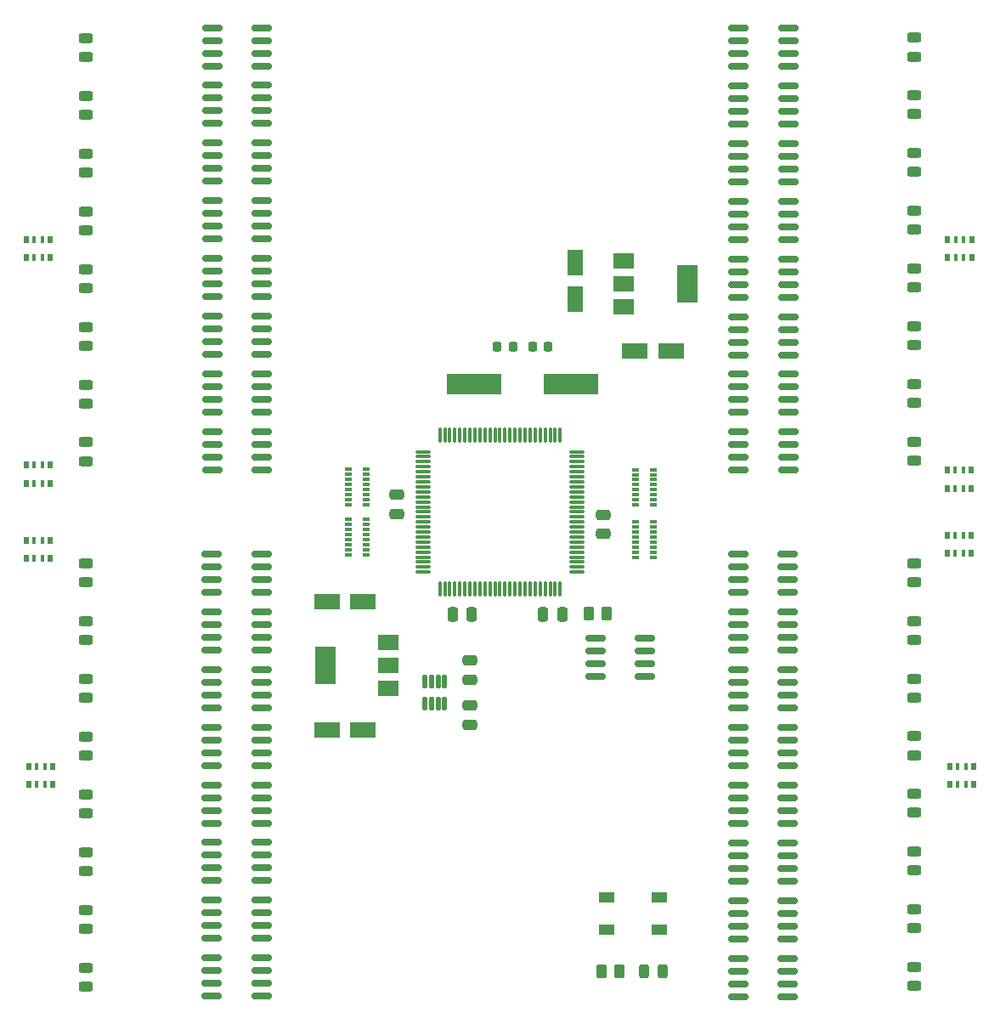
<source format=gbr>
%TF.GenerationSoftware,KiCad,Pcbnew,7.0.7+dfsg-1*%
%TF.CreationDate,2023-09-07T23:36:34-05:00*%
%TF.ProjectId,unified_control_board,756e6966-6965-4645-9f63-6f6e74726f6c,rev?*%
%TF.SameCoordinates,Original*%
%TF.FileFunction,Paste,Top*%
%TF.FilePolarity,Positive*%
%FSLAX46Y46*%
G04 Gerber Fmt 4.6, Leading zero omitted, Abs format (unit mm)*
G04 Created by KiCad (PCBNEW 7.0.7+dfsg-1) date 2023-09-07 23:36:34*
%MOMM*%
%LPD*%
G01*
G04 APERTURE LIST*
G04 Aperture macros list*
%AMRoundRect*
0 Rectangle with rounded corners*
0 $1 Rounding radius*
0 $2 $3 $4 $5 $6 $7 $8 $9 X,Y pos of 4 corners*
0 Add a 4 corners polygon primitive as box body*
4,1,4,$2,$3,$4,$5,$6,$7,$8,$9,$2,$3,0*
0 Add four circle primitives for the rounded corners*
1,1,$1+$1,$2,$3*
1,1,$1+$1,$4,$5*
1,1,$1+$1,$6,$7*
1,1,$1+$1,$8,$9*
0 Add four rect primitives between the rounded corners*
20,1,$1+$1,$2,$3,$4,$5,0*
20,1,$1+$1,$4,$5,$6,$7,0*
20,1,$1+$1,$6,$7,$8,$9,0*
20,1,$1+$1,$8,$9,$2,$3,0*%
G04 Aperture macros list end*
%ADD10RoundRect,0.125000X-0.125000X0.537500X-0.125000X-0.537500X0.125000X-0.537500X0.125000X0.537500X0*%
%ADD11R,5.499100X2.108200*%
%ADD12RoundRect,0.150000X-0.825000X-0.150000X0.825000X-0.150000X0.825000X0.150000X-0.825000X0.150000X0*%
%ADD13RoundRect,0.243750X0.456250X-0.243750X0.456250X0.243750X-0.456250X0.243750X-0.456250X-0.243750X0*%
%ADD14RoundRect,0.243750X-0.456250X0.243750X-0.456250X-0.243750X0.456250X-0.243750X0.456250X0.243750X0*%
%ADD15RoundRect,0.150000X0.825000X0.150000X-0.825000X0.150000X-0.825000X-0.150000X0.825000X-0.150000X0*%
%ADD16RoundRect,0.250000X-0.475000X0.250000X-0.475000X-0.250000X0.475000X-0.250000X0.475000X0.250000X0*%
%ADD17RoundRect,0.225000X-0.225000X-0.250000X0.225000X-0.250000X0.225000X0.250000X-0.225000X0.250000X0*%
%ADD18RoundRect,0.250000X1.050000X0.550000X-1.050000X0.550000X-1.050000X-0.550000X1.050000X-0.550000X0*%
%ADD19R,0.500000X0.800000*%
%ADD20R,0.400000X0.800000*%
%ADD21RoundRect,0.250000X-0.250000X-0.475000X0.250000X-0.475000X0.250000X0.475000X-0.250000X0.475000X0*%
%ADD22R,2.000000X1.500000*%
%ADD23R,2.000000X3.800000*%
%ADD24R,0.800000X0.300000*%
%ADD25RoundRect,0.250000X0.475000X-0.250000X0.475000X0.250000X-0.475000X0.250000X-0.475000X-0.250000X0*%
%ADD26R,1.549400X0.990600*%
%ADD27RoundRect,0.075000X0.662500X0.075000X-0.662500X0.075000X-0.662500X-0.075000X0.662500X-0.075000X0*%
%ADD28RoundRect,0.075000X0.075000X0.662500X-0.075000X0.662500X-0.075000X-0.662500X0.075000X-0.662500X0*%
%ADD29RoundRect,0.250000X-0.550000X1.050000X-0.550000X-1.050000X0.550000X-1.050000X0.550000X1.050000X0*%
%ADD30RoundRect,0.250000X-0.262500X-0.450000X0.262500X-0.450000X0.262500X0.450000X-0.262500X0.450000X0*%
%ADD31RoundRect,0.250000X0.250000X0.475000X-0.250000X0.475000X-0.250000X-0.475000X0.250000X-0.475000X0*%
%ADD32RoundRect,0.243750X0.243750X0.456250X-0.243750X0.456250X-0.243750X-0.456250X0.243750X-0.456250X0*%
%ADD33RoundRect,0.250000X-1.050000X-0.550000X1.050000X-0.550000X1.050000X0.550000X-1.050000X0.550000X0*%
G04 APERTURE END LIST*
D10*
%TO.C,U2*%
X73225000Y-94362500D03*
X72575000Y-94362500D03*
X71925000Y-94362500D03*
X71275000Y-94362500D03*
X71275000Y-96637500D03*
X71925000Y-96637500D03*
X72575000Y-96637500D03*
X73225000Y-96637500D03*
%TD*%
D11*
%TO.C,Y1*%
X76205750Y-64750000D03*
X85794250Y-64750000D03*
%TD*%
D12*
%TO.C,Q2*%
X50075000Y-35000000D03*
X50075000Y-36270000D03*
X50075000Y-37540000D03*
X50075000Y-38810000D03*
X55025000Y-35000000D03*
X55025000Y-36270000D03*
X55025000Y-37540000D03*
X55025000Y-38810000D03*
%TD*%
D13*
%TO.C,D4*%
X37500000Y-49437500D03*
X37500000Y-47562500D03*
%TD*%
D14*
%TO.C,D16*%
X37475000Y-122907500D03*
X37475000Y-124782500D03*
%TD*%
D12*
%TO.C,Q14*%
X50050000Y-110440000D03*
X50050000Y-111710000D03*
X50050000Y-112980000D03*
X50050000Y-114250000D03*
X55000000Y-110440000D03*
X55000000Y-111710000D03*
X55000000Y-112980000D03*
X55000000Y-114250000D03*
%TD*%
D15*
%TO.C,Q19*%
X102500000Y-110480000D03*
X102500000Y-111750000D03*
X102500000Y-113020000D03*
X102500000Y-114290000D03*
X107450000Y-110480000D03*
X107450000Y-111750000D03*
X107450000Y-113020000D03*
X107450000Y-114290000D03*
%TD*%
D16*
%TO.C,C13*%
X75750000Y-92300000D03*
X75750000Y-94200000D03*
%TD*%
D15*
%TO.C,Q32*%
X102525000Y-29290000D03*
X102525000Y-30560000D03*
X102525000Y-31830000D03*
X102525000Y-33100000D03*
X107475000Y-29290000D03*
X107475000Y-30560000D03*
X107475000Y-31830000D03*
X107475000Y-33100000D03*
%TD*%
%TO.C,Q30*%
X102525000Y-40790000D03*
X102525000Y-42060000D03*
X102525000Y-43330000D03*
X102525000Y-44600000D03*
X107475000Y-40790000D03*
X107475000Y-42060000D03*
X107475000Y-43330000D03*
X107475000Y-44600000D03*
%TD*%
D13*
%TO.C,D3*%
X37500000Y-43687500D03*
X37500000Y-41812500D03*
%TD*%
D17*
%TO.C,C2*%
X81975000Y-61000000D03*
X83525000Y-61000000D03*
%TD*%
D13*
%TO.C,D29*%
X120050000Y-49382500D03*
X120050000Y-47507500D03*
%TD*%
D14*
%TO.C,D11*%
X37475000Y-94157500D03*
X37475000Y-96032500D03*
%TD*%
%TO.C,D9*%
X37475000Y-82657500D03*
X37475000Y-84532500D03*
%TD*%
D18*
%TO.C,C11*%
X65100000Y-99250000D03*
X61500000Y-99250000D03*
%TD*%
D14*
%TO.C,D15*%
X37475000Y-117157500D03*
X37475000Y-119032500D03*
%TD*%
D19*
%TO.C,RN6*%
X31550000Y-74650000D03*
D20*
X32350000Y-74650000D03*
X33150000Y-74650000D03*
D19*
X33950000Y-74650000D03*
X33950000Y-72850000D03*
D20*
X33150000Y-72850000D03*
X32350000Y-72850000D03*
D19*
X31550000Y-72850000D03*
%TD*%
D21*
%TO.C,C5*%
X74050000Y-87750000D03*
X75950000Y-87750000D03*
%TD*%
D12*
%TO.C,Q7*%
X50075000Y-63750000D03*
X50075000Y-65020000D03*
X50075000Y-66290000D03*
X50075000Y-67560000D03*
X55025000Y-63750000D03*
X55025000Y-65020000D03*
X55025000Y-66290000D03*
X55025000Y-67560000D03*
%TD*%
D15*
%TO.C,Q24*%
X102500000Y-81730000D03*
X102500000Y-83000000D03*
X102500000Y-84270000D03*
X102500000Y-85540000D03*
X107450000Y-81730000D03*
X107450000Y-83000000D03*
X107450000Y-84270000D03*
X107450000Y-85540000D03*
%TD*%
D14*
%TO.C,D19*%
X120025000Y-111352500D03*
X120025000Y-113227500D03*
%TD*%
D12*
%TO.C,Q3*%
X50075000Y-40750000D03*
X50075000Y-42020000D03*
X50075000Y-43290000D03*
X50075000Y-44560000D03*
X55025000Y-40750000D03*
X55025000Y-42020000D03*
X55025000Y-43290000D03*
X55025000Y-44560000D03*
%TD*%
D14*
%TO.C,D14*%
X37475000Y-111407500D03*
X37475000Y-113282500D03*
%TD*%
D13*
%TO.C,D5*%
X37500000Y-55187500D03*
X37500000Y-53312500D03*
%TD*%
D22*
%TO.C,U4*%
X67650000Y-95100000D03*
X67650000Y-92800000D03*
D23*
X61350000Y-92800000D03*
D22*
X67650000Y-90500000D03*
%TD*%
D12*
%TO.C,Q15*%
X50050000Y-116190000D03*
X50050000Y-117460000D03*
X50050000Y-118730000D03*
X50050000Y-120000000D03*
X55000000Y-116190000D03*
X55000000Y-117460000D03*
X55000000Y-118730000D03*
X55000000Y-120000000D03*
%TD*%
D14*
%TO.C,D17*%
X120025000Y-122852500D03*
X120025000Y-124727500D03*
%TD*%
D13*
%TO.C,D31*%
X120050000Y-37882500D03*
X120050000Y-36007500D03*
%TD*%
D15*
%TO.C,Q20*%
X102500000Y-104730000D03*
X102500000Y-106000000D03*
X102500000Y-107270000D03*
X102500000Y-108540000D03*
X107450000Y-104730000D03*
X107450000Y-106000000D03*
X107450000Y-107270000D03*
X107450000Y-108540000D03*
%TD*%
D19*
%TO.C,RN9*%
X125975000Y-102850000D03*
D20*
X125175000Y-102850000D03*
X124375000Y-102850000D03*
D19*
X123575000Y-102850000D03*
X123575000Y-104650000D03*
D20*
X124375000Y-104650000D03*
X125175000Y-104650000D03*
D19*
X125975000Y-104650000D03*
%TD*%
D24*
%TO.C,RN2*%
X63600000Y-78250000D03*
X63600000Y-78750000D03*
X63600000Y-79250000D03*
X63600000Y-79750000D03*
X63600000Y-80250000D03*
X63600000Y-80750000D03*
X63600000Y-81250000D03*
X63600000Y-81750000D03*
X65400000Y-81750000D03*
X65400000Y-81250000D03*
X65400000Y-80750000D03*
X65400000Y-80250000D03*
X65400000Y-79750000D03*
X65400000Y-79250000D03*
X65400000Y-78750000D03*
X65400000Y-78250000D03*
%TD*%
D14*
%TO.C,D20*%
X120025000Y-105602500D03*
X120025000Y-107477500D03*
%TD*%
%TO.C,D21*%
X120025000Y-99852500D03*
X120025000Y-101727500D03*
%TD*%
D24*
%TO.C,RN1*%
X63600000Y-73250000D03*
X63600000Y-73750000D03*
X63600000Y-74250000D03*
X63600000Y-74750000D03*
X63600000Y-75250000D03*
X63600000Y-75750000D03*
X63600000Y-76250000D03*
X63600000Y-76750000D03*
X65400000Y-76750000D03*
X65400000Y-76250000D03*
X65400000Y-75750000D03*
X65400000Y-75250000D03*
X65400000Y-74750000D03*
X65400000Y-74250000D03*
X65400000Y-73750000D03*
X65400000Y-73250000D03*
%TD*%
D25*
%TO.C,C14*%
X75750000Y-98700000D03*
X75750000Y-96800000D03*
%TD*%
D19*
%TO.C,RN7*%
X33950000Y-80350000D03*
D20*
X33150000Y-80350000D03*
X32350000Y-80350000D03*
D19*
X31550000Y-80350000D03*
X31550000Y-82150000D03*
D20*
X32350000Y-82150000D03*
X33150000Y-82150000D03*
D19*
X33950000Y-82150000D03*
%TD*%
D15*
%TO.C,Q26*%
X102525000Y-63790000D03*
X102525000Y-65060000D03*
X102525000Y-66330000D03*
X102525000Y-67600000D03*
X107475000Y-63790000D03*
X107475000Y-65060000D03*
X107475000Y-66330000D03*
X107475000Y-67600000D03*
%TD*%
D16*
%TO.C,C6*%
X68500000Y-75800000D03*
X68500000Y-77700000D03*
%TD*%
D18*
%TO.C,C12*%
X65100000Y-86400000D03*
X61500000Y-86400000D03*
%TD*%
D26*
%TO.C,SW1*%
X94625001Y-119099999D03*
X89374999Y-119099999D03*
X94625001Y-115900001D03*
X89374999Y-115900001D03*
%TD*%
D14*
%TO.C,D10*%
X37475000Y-88407500D03*
X37475000Y-90282500D03*
%TD*%
D22*
%TO.C,U3*%
X91100000Y-52450000D03*
X91100000Y-54750000D03*
D23*
X97400000Y-54750000D03*
D22*
X91100000Y-57050000D03*
%TD*%
D13*
%TO.C,D8*%
X37500000Y-72437500D03*
X37500000Y-70562500D03*
%TD*%
D24*
%TO.C,RN3*%
X94050000Y-82000000D03*
X94050000Y-81500000D03*
X94050000Y-81000000D03*
X94050000Y-80500000D03*
X94050000Y-80000000D03*
X94050000Y-79500000D03*
X94050000Y-79000000D03*
X94050000Y-78500000D03*
X92250000Y-78500000D03*
X92250000Y-79000000D03*
X92250000Y-79500000D03*
X92250000Y-80000000D03*
X92250000Y-80500000D03*
X92250000Y-81000000D03*
X92250000Y-81500000D03*
X92250000Y-82000000D03*
%TD*%
D14*
%TO.C,D12*%
X37475000Y-99907500D03*
X37475000Y-101782500D03*
%TD*%
D13*
%TO.C,D28*%
X120050000Y-55132500D03*
X120050000Y-53257500D03*
%TD*%
D12*
%TO.C,Q4*%
X50075000Y-46500000D03*
X50075000Y-47770000D03*
X50075000Y-49040000D03*
X50075000Y-50310000D03*
X55025000Y-46500000D03*
X55025000Y-47770000D03*
X55025000Y-49040000D03*
X55025000Y-50310000D03*
%TD*%
D15*
%TO.C,Q22*%
X102500000Y-93230000D03*
X102500000Y-94500000D03*
X102500000Y-95770000D03*
X102500000Y-97040000D03*
X107450000Y-93230000D03*
X107450000Y-94500000D03*
X107450000Y-95770000D03*
X107450000Y-97040000D03*
%TD*%
D12*
%TO.C,Q8*%
X50075000Y-69500000D03*
X50075000Y-70770000D03*
X50075000Y-72040000D03*
X50075000Y-73310000D03*
X55025000Y-69500000D03*
X55025000Y-70770000D03*
X55025000Y-72040000D03*
X55025000Y-73310000D03*
%TD*%
D15*
%TO.C,Q29*%
X102525000Y-46540000D03*
X102525000Y-47810000D03*
X102525000Y-49080000D03*
X102525000Y-50350000D03*
X107475000Y-46540000D03*
X107475000Y-47810000D03*
X107475000Y-49080000D03*
X107475000Y-50350000D03*
%TD*%
D14*
%TO.C,D22*%
X120025000Y-94102500D03*
X120025000Y-95977500D03*
%TD*%
D13*
%TO.C,D27*%
X120050000Y-60882500D03*
X120050000Y-59007500D03*
%TD*%
D12*
%TO.C,Q9*%
X50050000Y-81690000D03*
X50050000Y-82960000D03*
X50050000Y-84230000D03*
X50050000Y-85500000D03*
X55000000Y-81690000D03*
X55000000Y-82960000D03*
X55000000Y-84230000D03*
X55000000Y-85500000D03*
%TD*%
%TO.C,Q1*%
X50075000Y-29250000D03*
X50075000Y-30520000D03*
X50075000Y-31790000D03*
X50075000Y-33060000D03*
X55025000Y-29250000D03*
X55025000Y-30520000D03*
X55025000Y-31790000D03*
X55025000Y-33060000D03*
%TD*%
D15*
%TO.C,Q27*%
X102525000Y-58040000D03*
X102525000Y-59310000D03*
X102525000Y-60580000D03*
X102525000Y-61850000D03*
X107475000Y-58040000D03*
X107475000Y-59310000D03*
X107475000Y-60580000D03*
X107475000Y-61850000D03*
%TD*%
%TO.C,Q28*%
X102525000Y-52290000D03*
X102525000Y-53560000D03*
X102525000Y-54830000D03*
X102525000Y-56100000D03*
X107475000Y-52290000D03*
X107475000Y-53560000D03*
X107475000Y-54830000D03*
X107475000Y-56100000D03*
%TD*%
%TO.C,Q31*%
X102525000Y-35040000D03*
X102525000Y-36310000D03*
X102525000Y-37580000D03*
X102525000Y-38850000D03*
X107475000Y-35040000D03*
X107475000Y-36310000D03*
X107475000Y-37580000D03*
X107475000Y-38850000D03*
%TD*%
%TO.C,Q21*%
X102500000Y-98980000D03*
X102500000Y-100250000D03*
X102500000Y-101520000D03*
X102500000Y-102790000D03*
X107450000Y-98980000D03*
X107450000Y-100250000D03*
X107450000Y-101520000D03*
X107450000Y-102790000D03*
%TD*%
D13*
%TO.C,D6*%
X37500000Y-60937500D03*
X37500000Y-59062500D03*
%TD*%
D14*
%TO.C,D18*%
X120025000Y-117102500D03*
X120025000Y-118977500D03*
%TD*%
D15*
%TO.C,Q25*%
X102525000Y-69540000D03*
X102525000Y-70810000D03*
X102525000Y-72080000D03*
X102525000Y-73350000D03*
X107475000Y-69540000D03*
X107475000Y-70810000D03*
X107475000Y-72080000D03*
X107475000Y-73350000D03*
%TD*%
%TO.C,Q23*%
X102500000Y-87480000D03*
X102500000Y-88750000D03*
X102500000Y-90020000D03*
X102500000Y-91290000D03*
X107450000Y-87480000D03*
X107450000Y-88750000D03*
X107450000Y-90020000D03*
X107450000Y-91290000D03*
%TD*%
D19*
%TO.C,RN12*%
X123350000Y-52150000D03*
D20*
X124150000Y-52150000D03*
X124950000Y-52150000D03*
D19*
X125750000Y-52150000D03*
X125750000Y-50350000D03*
D20*
X124950000Y-50350000D03*
X124150000Y-50350000D03*
D19*
X123350000Y-50350000D03*
%TD*%
D27*
%TO.C,U1*%
X86412500Y-83500000D03*
X86412500Y-83000000D03*
X86412500Y-82500000D03*
X86412500Y-82000000D03*
X86412500Y-81500000D03*
X86412500Y-81000000D03*
X86412500Y-80500000D03*
X86412500Y-80000000D03*
X86412500Y-79500000D03*
X86412500Y-79000000D03*
X86412500Y-78500000D03*
X86412500Y-78000000D03*
X86412500Y-77500000D03*
X86412500Y-77000000D03*
X86412500Y-76500000D03*
X86412500Y-76000000D03*
X86412500Y-75500000D03*
X86412500Y-75000000D03*
X86412500Y-74500000D03*
X86412500Y-74000000D03*
X86412500Y-73500000D03*
X86412500Y-73000000D03*
X86412500Y-72500000D03*
X86412500Y-72000000D03*
X86412500Y-71500000D03*
D28*
X84750000Y-69837500D03*
X84250000Y-69837500D03*
X83750000Y-69837500D03*
X83250000Y-69837500D03*
X82750000Y-69837500D03*
X82250000Y-69837500D03*
X81750000Y-69837500D03*
X81250000Y-69837500D03*
X80750000Y-69837500D03*
X80250000Y-69837500D03*
X79750000Y-69837500D03*
X79250000Y-69837500D03*
X78750000Y-69837500D03*
X78250000Y-69837500D03*
X77750000Y-69837500D03*
X77250000Y-69837500D03*
X76750000Y-69837500D03*
X76250000Y-69837500D03*
X75750000Y-69837500D03*
X75250000Y-69837500D03*
X74750000Y-69837500D03*
X74250000Y-69837500D03*
X73750000Y-69837500D03*
X73250000Y-69837500D03*
X72750000Y-69837500D03*
D27*
X71087500Y-71500000D03*
X71087500Y-72000000D03*
X71087500Y-72500000D03*
X71087500Y-73000000D03*
X71087500Y-73500000D03*
X71087500Y-74000000D03*
X71087500Y-74500000D03*
X71087500Y-75000000D03*
X71087500Y-75500000D03*
X71087500Y-76000000D03*
X71087500Y-76500000D03*
X71087500Y-77000000D03*
X71087500Y-77500000D03*
X71087500Y-78000000D03*
X71087500Y-78500000D03*
X71087500Y-79000000D03*
X71087500Y-79500000D03*
X71087500Y-80000000D03*
X71087500Y-80500000D03*
X71087500Y-81000000D03*
X71087500Y-81500000D03*
X71087500Y-82000000D03*
X71087500Y-82500000D03*
X71087500Y-83000000D03*
X71087500Y-83500000D03*
D28*
X72750000Y-85162500D03*
X73250000Y-85162500D03*
X73750000Y-85162500D03*
X74250000Y-85162500D03*
X74750000Y-85162500D03*
X75250000Y-85162500D03*
X75750000Y-85162500D03*
X76250000Y-85162500D03*
X76750000Y-85162500D03*
X77250000Y-85162500D03*
X77750000Y-85162500D03*
X78250000Y-85162500D03*
X78750000Y-85162500D03*
X79250000Y-85162500D03*
X79750000Y-85162500D03*
X80250000Y-85162500D03*
X80750000Y-85162500D03*
X81250000Y-85162500D03*
X81750000Y-85162500D03*
X82250000Y-85162500D03*
X82750000Y-85162500D03*
X83250000Y-85162500D03*
X83750000Y-85162500D03*
X84250000Y-85162500D03*
X84750000Y-85162500D03*
%TD*%
D13*
%TO.C,D1*%
X37500000Y-32187500D03*
X37500000Y-30312500D03*
%TD*%
D29*
%TO.C,C9*%
X86250000Y-52700000D03*
X86250000Y-56300000D03*
%TD*%
D30*
%TO.C,R1*%
X87587500Y-87630000D03*
X89412500Y-87630000D03*
%TD*%
D13*
%TO.C,D30*%
X120050000Y-43632500D03*
X120050000Y-41757500D03*
%TD*%
%TO.C,D32*%
X120050000Y-32132500D03*
X120050000Y-30257500D03*
%TD*%
D15*
%TO.C,Q18*%
X102500000Y-116230000D03*
X102500000Y-117500000D03*
X102500000Y-118770000D03*
X102500000Y-120040000D03*
X107450000Y-116230000D03*
X107450000Y-117500000D03*
X107450000Y-118770000D03*
X107450000Y-120040000D03*
%TD*%
%TO.C,Q33*%
X93225000Y-93905000D03*
X93225000Y-92635000D03*
X93225000Y-91365000D03*
X93225000Y-90095000D03*
X88275000Y-93905000D03*
X88275000Y-92635000D03*
X88275000Y-91365000D03*
X88275000Y-90095000D03*
%TD*%
D13*
%TO.C,D2*%
X37500000Y-37937500D03*
X37500000Y-36062500D03*
%TD*%
D14*
%TO.C,D24*%
X120025000Y-82602500D03*
X120025000Y-84477500D03*
%TD*%
D19*
%TO.C,RN8*%
X34175000Y-102850000D03*
D20*
X33375000Y-102850000D03*
X32575000Y-102850000D03*
D19*
X31775000Y-102850000D03*
X31775000Y-104650000D03*
D20*
X32575000Y-104650000D03*
X33375000Y-104650000D03*
D19*
X34175000Y-104650000D03*
%TD*%
D13*
%TO.C,D26*%
X120050000Y-66632500D03*
X120050000Y-64757500D03*
%TD*%
D31*
%TO.C,C3*%
X84950000Y-87750000D03*
X83050000Y-87750000D03*
%TD*%
D12*
%TO.C,Q10*%
X50050000Y-87440000D03*
X50050000Y-88710000D03*
X50050000Y-89980000D03*
X50050000Y-91250000D03*
X55000000Y-87440000D03*
X55000000Y-88710000D03*
X55000000Y-89980000D03*
X55000000Y-91250000D03*
%TD*%
D13*
%TO.C,D25*%
X120050000Y-72382500D03*
X120050000Y-70507500D03*
%TD*%
D12*
%TO.C,Q16*%
X50050000Y-121940000D03*
X50050000Y-123210000D03*
X50050000Y-124480000D03*
X50050000Y-125750000D03*
X55000000Y-121940000D03*
X55000000Y-123210000D03*
X55000000Y-124480000D03*
X55000000Y-125750000D03*
%TD*%
D14*
%TO.C,D13*%
X37475000Y-105657500D03*
X37475000Y-107532500D03*
%TD*%
D25*
%TO.C,C4*%
X89000000Y-79700000D03*
X89000000Y-77800000D03*
%TD*%
D30*
%TO.C,R2*%
X88837500Y-123250000D03*
X90662500Y-123250000D03*
%TD*%
D12*
%TO.C,Q13*%
X50050000Y-104690000D03*
X50050000Y-105960000D03*
X50050000Y-107230000D03*
X50050000Y-108500000D03*
X55000000Y-104690000D03*
X55000000Y-105960000D03*
X55000000Y-107230000D03*
X55000000Y-108500000D03*
%TD*%
D19*
%TO.C,RN5*%
X31550000Y-52150000D03*
D20*
X32350000Y-52150000D03*
X33150000Y-52150000D03*
D19*
X33950000Y-52150000D03*
X33950000Y-50350000D03*
D20*
X33150000Y-50350000D03*
X32350000Y-50350000D03*
D19*
X31550000Y-50350000D03*
%TD*%
D12*
%TO.C,Q11*%
X50050000Y-93190000D03*
X50050000Y-94460000D03*
X50050000Y-95730000D03*
X50050000Y-97000000D03*
X55000000Y-93190000D03*
X55000000Y-94460000D03*
X55000000Y-95730000D03*
X55000000Y-97000000D03*
%TD*%
D32*
%TO.C,D33*%
X94937500Y-123250000D03*
X93062500Y-123250000D03*
%TD*%
D12*
%TO.C,Q5*%
X50075000Y-52250000D03*
X50075000Y-53520000D03*
X50075000Y-54790000D03*
X50075000Y-56060000D03*
X55025000Y-52250000D03*
X55025000Y-53520000D03*
X55025000Y-54790000D03*
X55025000Y-56060000D03*
%TD*%
D13*
%TO.C,D7*%
X37500000Y-66687500D03*
X37500000Y-64812500D03*
%TD*%
D15*
%TO.C,Q17*%
X102500000Y-121980000D03*
X102500000Y-123250000D03*
X102500000Y-124520000D03*
X102500000Y-125790000D03*
X107450000Y-121980000D03*
X107450000Y-123250000D03*
X107450000Y-124520000D03*
X107450000Y-125790000D03*
%TD*%
D19*
%TO.C,RN10*%
X125700000Y-79850000D03*
D20*
X124900000Y-79850000D03*
X124100000Y-79850000D03*
D19*
X123300000Y-79850000D03*
X123300000Y-81650000D03*
D20*
X124100000Y-81650000D03*
X124900000Y-81650000D03*
D19*
X125700000Y-81650000D03*
%TD*%
D12*
%TO.C,Q12*%
X50050000Y-98940000D03*
X50050000Y-100210000D03*
X50050000Y-101480000D03*
X50050000Y-102750000D03*
X55000000Y-98940000D03*
X55000000Y-100210000D03*
X55000000Y-101480000D03*
X55000000Y-102750000D03*
%TD*%
D14*
%TO.C,D23*%
X120025000Y-88352500D03*
X120025000Y-90227500D03*
%TD*%
D17*
%TO.C,C1*%
X78475000Y-61000000D03*
X80025000Y-61000000D03*
%TD*%
D19*
%TO.C,RN11*%
X123300000Y-75150000D03*
D20*
X124100000Y-75150000D03*
X124900000Y-75150000D03*
D19*
X125700000Y-75150000D03*
X125700000Y-73350000D03*
D20*
X124900000Y-73350000D03*
X124100000Y-73350000D03*
D19*
X123300000Y-73350000D03*
%TD*%
D24*
%TO.C,RN4*%
X94050000Y-76790000D03*
X94050000Y-76290000D03*
X94050000Y-75790000D03*
X94050000Y-75290000D03*
X94050000Y-74790000D03*
X94050000Y-74290000D03*
X94050000Y-73790000D03*
X94050000Y-73290000D03*
X92250000Y-73290000D03*
X92250000Y-73790000D03*
X92250000Y-74290000D03*
X92250000Y-74790000D03*
X92250000Y-75290000D03*
X92250000Y-75790000D03*
X92250000Y-76290000D03*
X92250000Y-76790000D03*
%TD*%
D33*
%TO.C,C10*%
X92200000Y-61500000D03*
X95800000Y-61500000D03*
%TD*%
D12*
%TO.C,Q6*%
X50075000Y-58000000D03*
X50075000Y-59270000D03*
X50075000Y-60540000D03*
X50075000Y-61810000D03*
X55025000Y-58000000D03*
X55025000Y-59270000D03*
X55025000Y-60540000D03*
X55025000Y-61810000D03*
%TD*%
M02*

</source>
